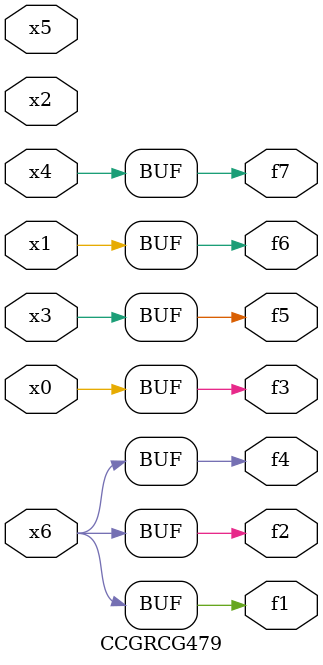
<source format=v>
module CCGRCG479(
	input x0, x1, x2, x3, x4, x5, x6,
	output f1, f2, f3, f4, f5, f6, f7
);
	assign f1 = x6;
	assign f2 = x6;
	assign f3 = x0;
	assign f4 = x6;
	assign f5 = x3;
	assign f6 = x1;
	assign f7 = x4;
endmodule

</source>
